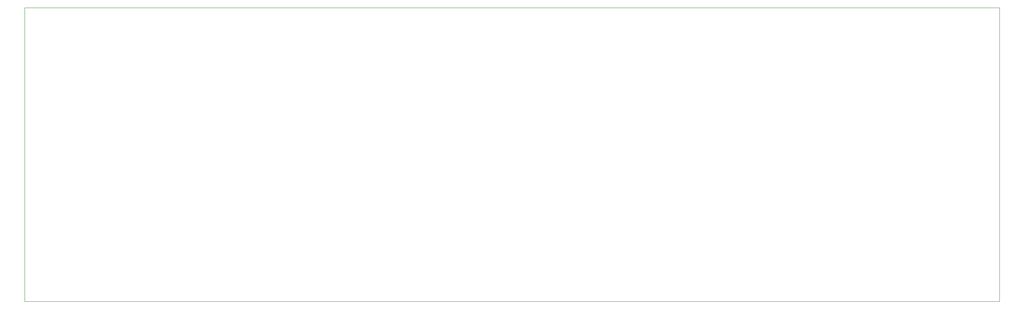
<source format=gbr>
%TF.GenerationSoftware,KiCad,Pcbnew,(5.1.10)-1*%
%TF.CreationDate,2022-04-01T18:04:23+02:00*%
%TF.ProjectId,Backplane,4261636b-706c-4616-9e65-2e6b69636164,rev?*%
%TF.SameCoordinates,Original*%
%TF.FileFunction,Profile,NP*%
%FSLAX46Y46*%
G04 Gerber Fmt 4.6, Leading zero omitted, Abs format (unit mm)*
G04 Created by KiCad (PCBNEW (5.1.10)-1) date 2022-04-01 18:04:23*
%MOMM*%
%LPD*%
G01*
G04 APERTURE LIST*
%TA.AperFunction,Profile*%
%ADD10C,0.050000*%
%TD*%
G04 APERTURE END LIST*
D10*
X252500000Y-147500000D02*
X252500000Y-82500000D01*
X37500000Y-147500000D02*
X252500000Y-147500000D01*
X37500000Y-82500000D02*
X37500000Y-147500000D01*
X252500000Y-82500000D02*
X37500000Y-82500000D01*
M02*

</source>
